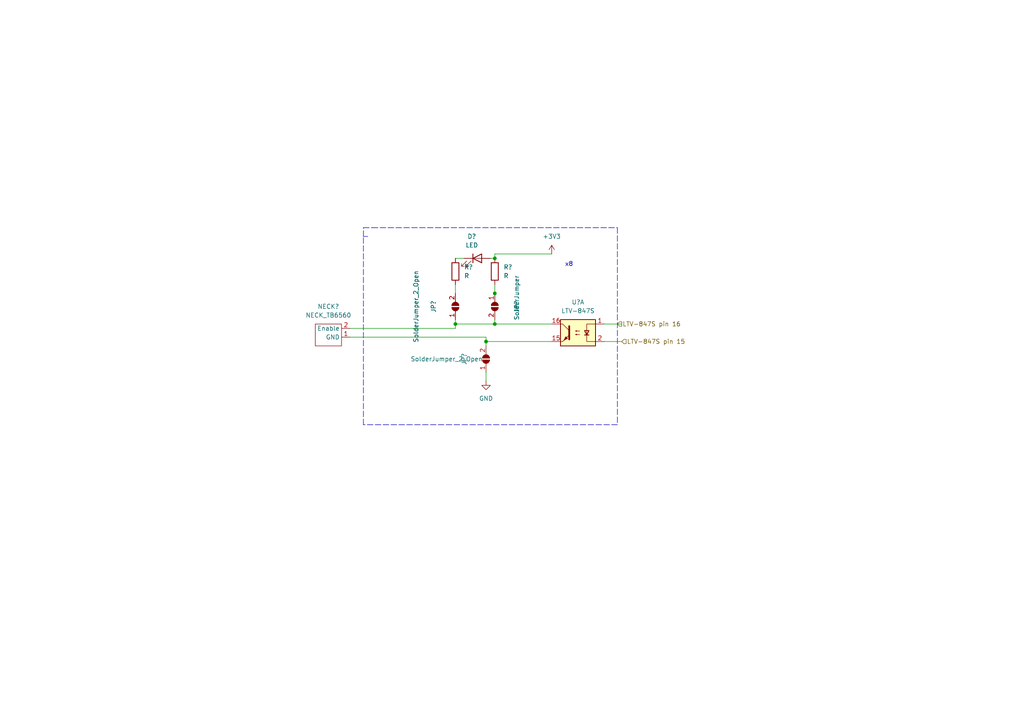
<source format=kicad_sch>
(kicad_sch (version 20211123) (generator eeschema)

  (uuid 12c70827-c885-40c1-bb7a-a0f3610bcb7c)

  (paper "A4")

  (lib_symbols
    (symbol "Device:LED" (pin_numbers hide) (pin_names (offset 1.016) hide) (in_bom yes) (on_board yes)
      (property "Reference" "D" (id 0) (at 0 2.54 0)
        (effects (font (size 1.27 1.27)))
      )
      (property "Value" "LED" (id 1) (at 0 -2.54 0)
        (effects (font (size 1.27 1.27)))
      )
      (property "Footprint" "" (id 2) (at 0 0 0)
        (effects (font (size 1.27 1.27)) hide)
      )
      (property "Datasheet" "~" (id 3) (at 0 0 0)
        (effects (font (size 1.27 1.27)) hide)
      )
      (property "ki_keywords" "LED diode" (id 4) (at 0 0 0)
        (effects (font (size 1.27 1.27)) hide)
      )
      (property "ki_description" "Light emitting diode" (id 5) (at 0 0 0)
        (effects (font (size 1.27 1.27)) hide)
      )
      (property "ki_fp_filters" "LED* LED_SMD:* LED_THT:*" (id 6) (at 0 0 0)
        (effects (font (size 1.27 1.27)) hide)
      )
      (symbol "LED_0_1"
        (polyline
          (pts
            (xy -1.27 -1.27)
            (xy -1.27 1.27)
          )
          (stroke (width 0.254) (type default) (color 0 0 0 0))
          (fill (type none))
        )
        (polyline
          (pts
            (xy -1.27 0)
            (xy 1.27 0)
          )
          (stroke (width 0) (type default) (color 0 0 0 0))
          (fill (type none))
        )
        (polyline
          (pts
            (xy 1.27 -1.27)
            (xy 1.27 1.27)
            (xy -1.27 0)
            (xy 1.27 -1.27)
          )
          (stroke (width 0.254) (type default) (color 0 0 0 0))
          (fill (type none))
        )
        (polyline
          (pts
            (xy -3.048 -0.762)
            (xy -4.572 -2.286)
            (xy -3.81 -2.286)
            (xy -4.572 -2.286)
            (xy -4.572 -1.524)
          )
          (stroke (width 0) (type default) (color 0 0 0 0))
          (fill (type none))
        )
        (polyline
          (pts
            (xy -1.778 -0.762)
            (xy -3.302 -2.286)
            (xy -2.54 -2.286)
            (xy -3.302 -2.286)
            (xy -3.302 -1.524)
          )
          (stroke (width 0) (type default) (color 0 0 0 0))
          (fill (type none))
        )
      )
      (symbol "LED_1_1"
        (pin passive line (at -3.81 0 0) (length 2.54)
          (name "K" (effects (font (size 1.27 1.27))))
          (number "1" (effects (font (size 1.27 1.27))))
        )
        (pin passive line (at 3.81 0 180) (length 2.54)
          (name "A" (effects (font (size 1.27 1.27))))
          (number "2" (effects (font (size 1.27 1.27))))
        )
      )
    )
    (symbol "Device:R" (pin_numbers hide) (pin_names (offset 0)) (in_bom yes) (on_board yes)
      (property "Reference" "R" (id 0) (at 2.032 0 90)
        (effects (font (size 1.27 1.27)))
      )
      (property "Value" "R" (id 1) (at 0 0 90)
        (effects (font (size 1.27 1.27)))
      )
      (property "Footprint" "" (id 2) (at -1.778 0 90)
        (effects (font (size 1.27 1.27)) hide)
      )
      (property "Datasheet" "~" (id 3) (at 0 0 0)
        (effects (font (size 1.27 1.27)) hide)
      )
      (property "ki_keywords" "R res resistor" (id 4) (at 0 0 0)
        (effects (font (size 1.27 1.27)) hide)
      )
      (property "ki_description" "Resistor" (id 5) (at 0 0 0)
        (effects (font (size 1.27 1.27)) hide)
      )
      (property "ki_fp_filters" "R_*" (id 6) (at 0 0 0)
        (effects (font (size 1.27 1.27)) hide)
      )
      (symbol "R_0_1"
        (rectangle (start -1.016 -2.54) (end 1.016 2.54)
          (stroke (width 0.254) (type default) (color 0 0 0 0))
          (fill (type none))
        )
      )
      (symbol "R_1_1"
        (pin passive line (at 0 3.81 270) (length 1.27)
          (name "~" (effects (font (size 1.27 1.27))))
          (number "1" (effects (font (size 1.27 1.27))))
        )
        (pin passive line (at 0 -3.81 90) (length 1.27)
          (name "~" (effects (font (size 1.27 1.27))))
          (number "2" (effects (font (size 1.27 1.27))))
        )
      )
    )
    (symbol "Isolator:LTV-847S" (pin_names (offset 1.016)) (in_bom yes) (on_board yes)
      (property "Reference" "U" (id 0) (at -3.81 5.08 0)
        (effects (font (size 1.27 1.27)))
      )
      (property "Value" "LTV-847S" (id 1) (at 0 -5.08 0)
        (effects (font (size 1.27 1.27)))
      )
      (property "Footprint" "Package_DIP:SMDIP-16_W9.53mm" (id 2) (at 0 -7.62 0)
        (effects (font (size 1.27 1.27)) hide)
      )
      (property "Datasheet" "http://www.us.liteon.com/downloads/LTV-817-827-847.PDF" (id 3) (at -15.24 11.43 0)
        (effects (font (size 1.27 1.27)) hide)
      )
      (property "ki_keywords" "NPN DC Optocoupler" (id 4) (at 0 0 0)
        (effects (font (size 1.27 1.27)) hide)
      )
      (property "ki_description" "DC Optocoupler, Vce 35V, CTR 50%, SMDIP-16" (id 5) (at 0 0 0)
        (effects (font (size 1.27 1.27)) hide)
      )
      (property "ki_fp_filters" "SMDIP*W9.53mm*" (id 6) (at 0 0 0)
        (effects (font (size 1.27 1.27)) hide)
      )
      (symbol "LTV-847S_0_1"
        (rectangle (start -5.08 3.81) (end 5.08 -3.81)
          (stroke (width 0.254) (type default) (color 0 0 0 0))
          (fill (type background))
        )
        (polyline
          (pts
            (xy -3.175 -0.635)
            (xy -1.905 -0.635)
          )
          (stroke (width 0.254) (type default) (color 0 0 0 0))
          (fill (type none))
        )
        (polyline
          (pts
            (xy 2.54 0.635)
            (xy 4.445 2.54)
          )
          (stroke (width 0) (type default) (color 0 0 0 0))
          (fill (type none))
        )
        (polyline
          (pts
            (xy 4.445 -2.54)
            (xy 2.54 -0.635)
          )
          (stroke (width 0) (type default) (color 0 0 0 0))
          (fill (type outline))
        )
        (polyline
          (pts
            (xy 4.445 -2.54)
            (xy 5.08 -2.54)
          )
          (stroke (width 0) (type default) (color 0 0 0 0))
          (fill (type none))
        )
        (polyline
          (pts
            (xy 4.445 2.54)
            (xy 5.08 2.54)
          )
          (stroke (width 0) (type default) (color 0 0 0 0))
          (fill (type none))
        )
        (polyline
          (pts
            (xy -2.54 -0.635)
            (xy -2.54 -2.54)
            (xy -5.08 -2.54)
          )
          (stroke (width 0) (type default) (color 0 0 0 0))
          (fill (type none))
        )
        (polyline
          (pts
            (xy 2.54 1.905)
            (xy 2.54 -1.905)
            (xy 2.54 -1.905)
          )
          (stroke (width 0.508) (type default) (color 0 0 0 0))
          (fill (type none))
        )
        (polyline
          (pts
            (xy -5.08 2.54)
            (xy -2.54 2.54)
            (xy -2.54 -1.27)
            (xy -2.54 0.635)
          )
          (stroke (width 0) (type default) (color 0 0 0 0))
          (fill (type none))
        )
        (polyline
          (pts
            (xy -2.54 -0.635)
            (xy -3.175 0.635)
            (xy -1.905 0.635)
            (xy -2.54 -0.635)
          )
          (stroke (width 0.254) (type default) (color 0 0 0 0))
          (fill (type none))
        )
        (polyline
          (pts
            (xy -0.508 -0.508)
            (xy 0.762 -0.508)
            (xy 0.381 -0.635)
            (xy 0.381 -0.381)
            (xy 0.762 -0.508)
          )
          (stroke (width 0) (type default) (color 0 0 0 0))
          (fill (type none))
        )
        (polyline
          (pts
            (xy -0.508 0.508)
            (xy 0.762 0.508)
            (xy 0.381 0.381)
            (xy 0.381 0.635)
            (xy 0.762 0.508)
          )
          (stroke (width 0) (type default) (color 0 0 0 0))
          (fill (type none))
        )
        (polyline
          (pts
            (xy 3.048 -1.651)
            (xy 3.556 -1.143)
            (xy 4.064 -2.159)
            (xy 3.048 -1.651)
            (xy 3.048 -1.651)
          )
          (stroke (width 0) (type default) (color 0 0 0 0))
          (fill (type outline))
        )
      )
      (symbol "LTV-847S_1_1"
        (pin passive line (at -7.62 2.54 0) (length 2.54)
          (name "~" (effects (font (size 1.27 1.27))))
          (number "1" (effects (font (size 1.27 1.27))))
        )
        (pin passive line (at 7.62 -2.54 180) (length 2.54)
          (name "~" (effects (font (size 1.27 1.27))))
          (number "15" (effects (font (size 1.27 1.27))))
        )
        (pin passive line (at 7.62 2.54 180) (length 2.54)
          (name "~" (effects (font (size 1.27 1.27))))
          (number "16" (effects (font (size 1.27 1.27))))
        )
        (pin passive line (at -7.62 -2.54 0) (length 2.54)
          (name "~" (effects (font (size 1.27 1.27))))
          (number "2" (effects (font (size 1.27 1.27))))
        )
      )
      (symbol "LTV-847S_2_1"
        (pin passive line (at 7.62 -2.54 180) (length 2.54)
          (name "~" (effects (font (size 1.27 1.27))))
          (number "13" (effects (font (size 1.27 1.27))))
        )
        (pin passive line (at 7.62 2.54 180) (length 2.54)
          (name "~" (effects (font (size 1.27 1.27))))
          (number "14" (effects (font (size 1.27 1.27))))
        )
        (pin passive line (at -7.62 2.54 0) (length 2.54)
          (name "~" (effects (font (size 1.27 1.27))))
          (number "3" (effects (font (size 1.27 1.27))))
        )
        (pin passive line (at -7.62 -2.54 0) (length 2.54)
          (name "~" (effects (font (size 1.27 1.27))))
          (number "4" (effects (font (size 1.27 1.27))))
        )
      )
      (symbol "LTV-847S_3_1"
        (pin passive line (at 7.62 -2.54 180) (length 2.54)
          (name "~" (effects (font (size 1.27 1.27))))
          (number "11" (effects (font (size 1.27 1.27))))
        )
        (pin passive line (at 7.62 2.54 180) (length 2.54)
          (name "~" (effects (font (size 1.27 1.27))))
          (number "12" (effects (font (size 1.27 1.27))))
        )
        (pin passive line (at -7.62 2.54 0) (length 2.54)
          (name "~" (effects (font (size 1.27 1.27))))
          (number "5" (effects (font (size 1.27 1.27))))
        )
        (pin passive line (at -7.62 -2.54 0) (length 2.54)
          (name "~" (effects (font (size 1.27 1.27))))
          (number "6" (effects (font (size 1.27 1.27))))
        )
      )
      (symbol "LTV-847S_4_1"
        (pin passive line (at 7.62 2.54 180) (length 2.54)
          (name "~" (effects (font (size 1.27 1.27))))
          (number "10" (effects (font (size 1.27 1.27))))
        )
        (pin passive line (at -7.62 2.54 0) (length 2.54)
          (name "~" (effects (font (size 1.27 1.27))))
          (number "7" (effects (font (size 1.27 1.27))))
        )
        (pin passive line (at -7.62 -2.54 0) (length 2.54)
          (name "~" (effects (font (size 1.27 1.27))))
          (number "8" (effects (font (size 1.27 1.27))))
        )
        (pin passive line (at 7.62 -2.54 180) (length 2.54)
          (name "~" (effects (font (size 1.27 1.27))))
          (number "9" (effects (font (size 1.27 1.27))))
        )
      )
    )
    (symbol "Jumper:SolderJumper_2_Open" (pin_names (offset 0) hide) (in_bom yes) (on_board yes)
      (property "Reference" "JP" (id 0) (at 0 2.032 0)
        (effects (font (size 1.27 1.27)))
      )
      (property "Value" "SolderJumper_2_Open" (id 1) (at 0 -2.54 0)
        (effects (font (size 1.27 1.27)))
      )
      (property "Footprint" "" (id 2) (at 0 0 0)
        (effects (font (size 1.27 1.27)) hide)
      )
      (property "Datasheet" "~" (id 3) (at 0 0 0)
        (effects (font (size 1.27 1.27)) hide)
      )
      (property "ki_keywords" "solder jumper SPST" (id 4) (at 0 0 0)
        (effects (font (size 1.27 1.27)) hide)
      )
      (property "ki_description" "Solder Jumper, 2-pole, open" (id 5) (at 0 0 0)
        (effects (font (size 1.27 1.27)) hide)
      )
      (property "ki_fp_filters" "SolderJumper*Open*" (id 6) (at 0 0 0)
        (effects (font (size 1.27 1.27)) hide)
      )
      (symbol "SolderJumper_2_Open_0_1"
        (arc (start -0.254 1.016) (mid -1.27 0) (end -0.254 -1.016)
          (stroke (width 0) (type default) (color 0 0 0 0))
          (fill (type none))
        )
        (arc (start -0.254 1.016) (mid -1.27 0) (end -0.254 -1.016)
          (stroke (width 0) (type default) (color 0 0 0 0))
          (fill (type outline))
        )
        (polyline
          (pts
            (xy -0.254 1.016)
            (xy -0.254 -1.016)
          )
          (stroke (width 0) (type default) (color 0 0 0 0))
          (fill (type none))
        )
        (polyline
          (pts
            (xy 0.254 1.016)
            (xy 0.254 -1.016)
          )
          (stroke (width 0) (type default) (color 0 0 0 0))
          (fill (type none))
        )
        (arc (start 0.254 -1.016) (mid 1.27 0) (end 0.254 1.016)
          (stroke (width 0) (type default) (color 0 0 0 0))
          (fill (type none))
        )
        (arc (start 0.254 -1.016) (mid 1.27 0) (end 0.254 1.016)
          (stroke (width 0) (type default) (color 0 0 0 0))
          (fill (type outline))
        )
      )
      (symbol "SolderJumper_2_Open_1_1"
        (pin passive line (at -3.81 0 0) (length 2.54)
          (name "A" (effects (font (size 1.27 1.27))))
          (number "1" (effects (font (size 1.27 1.27))))
        )
        (pin passive line (at 3.81 0 180) (length 2.54)
          (name "B" (effects (font (size 1.27 1.27))))
          (number "2" (effects (font (size 1.27 1.27))))
        )
      )
    )
    (symbol "Simbolos PE:NECK_TB6560" (in_bom yes) (on_board yes)
      (property "Reference" "NECK" (id 0) (at -1.27 -5.08 0)
        (effects (font (size 1.27 1.27)))
      )
      (property "Value" "NECK_TB6560" (id 1) (at -2.54 3.81 0)
        (effects (font (size 1.27 1.27)))
      )
      (property "Footprint" "" (id 2) (at 2.54 2.54 0)
        (effects (font (size 1.27 1.27)) hide)
      )
      (property "Datasheet" "" (id 3) (at 2.54 2.54 0)
        (effects (font (size 1.27 1.27)) hide)
      )
      (symbol "NECK_TB6560_0_1"
        (rectangle (start -5.08 2.54) (end 2.54 -3.81)
          (stroke (width 0) (type default) (color 0 0 0 0))
          (fill (type none))
        )
      )
      (symbol "NECK_TB6560_1_1"
        (pin input line (at 5.08 -1.27 180) (length 2.54)
          (name "GND" (effects (font (size 1.27 1.27))))
          (number "1" (effects (font (size 1.27 1.27))))
        )
        (pin input line (at 5.08 1.27 180) (length 2.54)
          (name "Enable" (effects (font (size 1.27 1.27))))
          (number "2" (effects (font (size 1.27 1.27))))
        )
      )
    )
    (symbol "power:+3.3V" (power) (pin_names (offset 0)) (in_bom yes) (on_board yes)
      (property "Reference" "#PWR" (id 0) (at 0 -3.81 0)
        (effects (font (size 1.27 1.27)) hide)
      )
      (property "Value" "+3.3V" (id 1) (at 0 3.556 0)
        (effects (font (size 1.27 1.27)))
      )
      (property "Footprint" "" (id 2) (at 0 0 0)
        (effects (font (size 1.27 1.27)) hide)
      )
      (property "Datasheet" "" (id 3) (at 0 0 0)
        (effects (font (size 1.27 1.27)) hide)
      )
      (property "ki_keywords" "power-flag" (id 4) (at 0 0 0)
        (effects (font (size 1.27 1.27)) hide)
      )
      (property "ki_description" "Power symbol creates a global label with name \"+3.3V\"" (id 5) (at 0 0 0)
        (effects (font (size 1.27 1.27)) hide)
      )
      (symbol "+3.3V_0_1"
        (polyline
          (pts
            (xy -0.762 1.27)
            (xy 0 2.54)
          )
          (stroke (width 0) (type default) (color 0 0 0 0))
          (fill (type none))
        )
        (polyline
          (pts
            (xy 0 0)
            (xy 0 2.54)
          )
          (stroke (width 0) (type default) (color 0 0 0 0))
          (fill (type none))
        )
        (polyline
          (pts
            (xy 0 2.54)
            (xy 0.762 1.27)
          )
          (stroke (width 0) (type default) (color 0 0 0 0))
          (fill (type none))
        )
      )
      (symbol "+3.3V_1_1"
        (pin power_in line (at 0 0 90) (length 0) hide
          (name "+3V3" (effects (font (size 1.27 1.27))))
          (number "1" (effects (font (size 1.27 1.27))))
        )
      )
    )
    (symbol "power:GND" (power) (pin_names (offset 0)) (in_bom yes) (on_board yes)
      (property "Reference" "#PWR" (id 0) (at 0 -6.35 0)
        (effects (font (size 1.27 1.27)) hide)
      )
      (property "Value" "GND" (id 1) (at 0 -3.81 0)
        (effects (font (size 1.27 1.27)))
      )
      (property "Footprint" "" (id 2) (at 0 0 0)
        (effects (font (size 1.27 1.27)) hide)
      )
      (property "Datasheet" "" (id 3) (at 0 0 0)
        (effects (font (size 1.27 1.27)) hide)
      )
      (property "ki_keywords" "power-flag" (id 4) (at 0 0 0)
        (effects (font (size 1.27 1.27)) hide)
      )
      (property "ki_description" "Power symbol creates a global label with name \"GND\" , ground" (id 5) (at 0 0 0)
        (effects (font (size 1.27 1.27)) hide)
      )
      (symbol "GND_0_1"
        (polyline
          (pts
            (xy 0 0)
            (xy 0 -1.27)
            (xy 1.27 -1.27)
            (xy 0 -2.54)
            (xy -1.27 -1.27)
            (xy 0 -1.27)
          )
          (stroke (width 0) (type default) (color 0 0 0 0))
          (fill (type none))
        )
      )
      (symbol "GND_1_1"
        (pin power_in line (at 0 0 270) (length 0) hide
          (name "GND" (effects (font (size 1.27 1.27))))
          (number "1" (effects (font (size 1.27 1.27))))
        )
      )
    )
  )

  (junction (at 143.51 85.09) (diameter 0) (color 0 0 0 0)
    (uuid 0988eb8e-98d8-422d-936b-313e1faf1242)
  )
  (junction (at 143.51 74.93) (diameter 0) (color 0 0 0 0)
    (uuid 33f99756-d4a8-4524-8010-fd600cd44ecf)
  )
  (junction (at 132.08 93.98) (diameter 0) (color 0 0 0 0)
    (uuid 34e44135-c4f7-4494-812d-2e727dd0d3f9)
  )
  (junction (at 143.51 93.98) (diameter 0) (color 0 0 0 0)
    (uuid 5053085b-8fe5-4523-9626-80a23be70a70)
  )
  (junction (at 140.97 99.06) (diameter 0) (color 0 0 0 0)
    (uuid 629c5b03-f0d6-45bf-a285-82507bbd1932)
  )

  (polyline (pts (xy 179.07 66.04) (xy 179.07 123.19))
    (stroke (width 0) (type default) (color 0 0 0 0))
    (uuid 07ae5f5c-e364-47b8-bf31-0fd5718f6b07)
  )

  (wire (pts (xy 160.02 99.06) (xy 140.97 99.06))
    (stroke (width 0) (type default) (color 0 0 0 0))
    (uuid 0ad08d78-d051-403c-87b3-57279b2777a6)
  )
  (wire (pts (xy 142.24 74.93) (xy 143.51 74.93))
    (stroke (width 0) (type default) (color 0 0 0 0))
    (uuid 133e6342-91f4-4f4e-8f74-324fed82e9b6)
  )
  (wire (pts (xy 132.08 92.71) (xy 132.08 93.98))
    (stroke (width 0) (type default) (color 0 0 0 0))
    (uuid 16eaeebc-dd38-4f26-bddc-96457204c17b)
  )
  (polyline (pts (xy 179.07 123.19) (xy 105.41 123.19))
    (stroke (width 0) (type default) (color 0 0 0 0))
    (uuid 1a8fd5c2-e119-458f-beb4-30d8d6971ff7)
  )

  (wire (pts (xy 143.51 92.71) (xy 143.51 93.98))
    (stroke (width 0) (type default) (color 0 0 0 0))
    (uuid 1e80dc2f-d096-41f5-9c3a-46d9b04475d8)
  )
  (polyline (pts (xy 105.41 123.19) (xy 105.41 68.58))
    (stroke (width 0) (type default) (color 0 0 0 0))
    (uuid 1f262ff3-6703-49c6-b3ef-f4f9e6e6c1f6)
  )

  (wire (pts (xy 132.08 74.93) (xy 134.62 74.93))
    (stroke (width 0) (type default) (color 0 0 0 0))
    (uuid 2efa496c-723a-45bb-80fe-7a46acea30ff)
  )
  (polyline (pts (xy 105.41 68.58) (xy 105.41 66.04))
    (stroke (width 0) (type default) (color 0 0 0 0))
    (uuid 46e675a1-714e-4ee5-92c4-a91bb2767242)
  )
  (polyline (pts (xy 105.41 66.04) (xy 107.95 66.04))
    (stroke (width 0) (type default) (color 0 0 0 0))
    (uuid 4ceb8b3c-179e-4a56-ad29-d059124484c0)
  )

  (wire (pts (xy 180.34 99.06) (xy 175.26 99.06))
    (stroke (width 0) (type default) (color 0 0 0 0))
    (uuid 5ba5d8a3-3191-43cc-80bf-c2e656ea69cb)
  )
  (polyline (pts (xy 105.41 68.58) (xy 106.68 68.58))
    (stroke (width 0) (type default) (color 0 0 0 0))
    (uuid 61b815df-8d80-4cb0-b2aa-e9877104922f)
  )

  (wire (pts (xy 101.6 95.25) (xy 132.08 95.25))
    (stroke (width 0) (type default) (color 0 0 0 0))
    (uuid 6e634083-9eaa-4e8e-95e5-a89fdcc9a73b)
  )
  (wire (pts (xy 101.6 97.79) (xy 140.97 97.79))
    (stroke (width 0) (type default) (color 0 0 0 0))
    (uuid 77257afb-9174-4b01-a675-fd1709984eac)
  )
  (wire (pts (xy 143.51 93.98) (xy 160.02 93.98))
    (stroke (width 0) (type default) (color 0 0 0 0))
    (uuid 86bbcf4a-8162-4119-97df-06b1d6332187)
  )
  (wire (pts (xy 132.08 82.55) (xy 132.08 85.09))
    (stroke (width 0) (type default) (color 0 0 0 0))
    (uuid 8878a54c-30fa-4705-9b51-f85f8686377e)
  )
  (wire (pts (xy 143.51 73.66) (xy 143.51 74.93))
    (stroke (width 0) (type default) (color 0 0 0 0))
    (uuid 8b61b6ae-a7e5-4034-b218-4cf6fe92bd46)
  )
  (wire (pts (xy 140.97 99.06) (xy 140.97 100.33))
    (stroke (width 0) (type default) (color 0 0 0 0))
    (uuid 8cfe97c9-e5c9-4b6c-978e-ceb317ae2f8c)
  )
  (wire (pts (xy 132.08 93.98) (xy 143.51 93.98))
    (stroke (width 0) (type default) (color 0 0 0 0))
    (uuid 97af882f-70e5-4dce-8d79-90d718625769)
  )
  (polyline (pts (xy 107.95 66.04) (xy 179.07 66.04))
    (stroke (width 0) (type default) (color 0 0 0 0))
    (uuid b35dfb56-ce14-418a-b922-a179cc129255)
  )

  (wire (pts (xy 140.97 110.49) (xy 140.97 107.95))
    (stroke (width 0) (type default) (color 0 0 0 0))
    (uuid c9ccdf59-460c-49a2-b0b6-c0405a257b25)
  )
  (wire (pts (xy 140.97 97.79) (xy 140.97 99.06))
    (stroke (width 0) (type default) (color 0 0 0 0))
    (uuid d3615874-7470-44e1-a5de-25ba67a7bfde)
  )
  (wire (pts (xy 143.51 82.55) (xy 143.51 85.09))
    (stroke (width 0) (type default) (color 0 0 0 0))
    (uuid e9e40a44-6524-456c-8f99-73f30986e908)
  )
  (wire (pts (xy 132.08 95.25) (xy 132.08 93.98))
    (stroke (width 0) (type default) (color 0 0 0 0))
    (uuid f4f4f2a8-b8bb-4fc8-bb38-045de67f904f)
  )
  (wire (pts (xy 160.02 73.66) (xy 143.51 73.66))
    (stroke (width 0) (type default) (color 0 0 0 0))
    (uuid f55e3a73-0c03-4ddc-b0df-095b92e12f00)
  )
  (wire (pts (xy 143.51 85.09) (xy 143.51 87.63))
    (stroke (width 0) (type default) (color 0 0 0 0))
    (uuid fa776bbe-1b5e-4333-9e77-6425c3be965c)
  )
  (wire (pts (xy 175.26 93.98) (xy 180.34 93.98))
    (stroke (width 0) (type default) (color 0 0 0 0))
    (uuid ff23d7bf-7647-4665-a24a-7a6b8bd4b95d)
  )

  (text "x8" (at 163.83 77.47 0)
    (effects (font (size 1.27 1.27)) (justify left bottom))
    (uuid 110c584f-dba8-4bd0-a626-5bb6a084d613)
  )

  (hierarchical_label "LTV-847S pin 16" (shape input) (at 179.07 93.98 0)
    (effects (font (size 1.27 1.27)) (justify left))
    (uuid 37f6c825-5d33-4879-88bc-cab8c3ec910e)
  )
  (hierarchical_label "LTV-847S pin 15" (shape input) (at 180.34 99.06 0)
    (effects (font (size 1.27 1.27)) (justify left))
    (uuid a8b8a0b9-cbf0-41d9-884d-ff0078853566)
  )

  (symbol (lib_id "power:+3.3V") (at 160.02 73.66 0) (unit 1)
    (in_bom yes) (on_board yes) (fields_autoplaced)
    (uuid 1a2f7bc7-d52d-4b9a-8cea-32c73a5a902f)
    (property "Reference" "#PWR?" (id 0) (at 160.02 77.47 0)
      (effects (font (size 1.27 1.27)) hide)
    )
    (property "Value" "+3.3V" (id 1) (at 160.02 68.58 0))
    (property "Footprint" "" (id 2) (at 160.02 73.66 0)
      (effects (font (size 1.27 1.27)) hide)
    )
    (property "Datasheet" "" (id 3) (at 160.02 73.66 0)
      (effects (font (size 1.27 1.27)) hide)
    )
    (pin "1" (uuid 80219f6c-093a-41b9-ac14-1e016d379608))
  )

  (symbol (lib_id "Jumper:SolderJumper_2_Open") (at 140.97 104.14 90) (unit 1)
    (in_bom yes) (on_board yes)
    (uuid 26ac5f08-539f-471f-a8c6-9b378fe10c62)
    (property "Reference" "JP?" (id 0) (at 134.62 104.14 0))
    (property "Value" "SolderJumper_2_Open" (id 1) (at 129.54 104.14 90))
    (property "Footprint" "" (id 2) (at 140.97 104.14 0)
      (effects (font (size 1.27 1.27)) hide)
    )
    (property "Datasheet" "~" (id 3) (at 140.97 104.14 0)
      (effects (font (size 1.27 1.27)) hide)
    )
    (pin "1" (uuid 543f6290-51fe-4783-8c40-7dc51b640ec2))
    (pin "2" (uuid 56ba7315-2805-40dd-84d9-c79a1fb0c3af))
  )

  (symbol (lib_id "Device:R") (at 143.51 78.74 0) (unit 1)
    (in_bom yes) (on_board yes) (fields_autoplaced)
    (uuid 2cf7ee17-fdb4-4575-ac59-35849aeff937)
    (property "Reference" "R?" (id 0) (at 146.05 77.4699 0)
      (effects (font (size 1.27 1.27)) (justify left))
    )
    (property "Value" "R" (id 1) (at 146.05 80.0099 0)
      (effects (font (size 1.27 1.27)) (justify left))
    )
    (property "Footprint" "" (id 2) (at 141.732 78.74 90)
      (effects (font (size 1.27 1.27)) hide)
    )
    (property "Datasheet" "~" (id 3) (at 143.51 78.74 0)
      (effects (font (size 1.27 1.27)) hide)
    )
    (pin "1" (uuid 25058194-e14b-4c6d-98d5-1192a0881913))
    (pin "2" (uuid f499943d-4894-4707-bb3d-3e0e2bbd08f2))
  )

  (symbol (lib_id "Jumper:SolderJumper_2_Open") (at 143.51 88.9 270) (unit 1)
    (in_bom yes) (on_board yes)
    (uuid 2d53edb8-3d1a-46f3-874e-84cae4e7e8a2)
    (property "Reference" "JP?" (id 0) (at 149.86 88.9 0))
    (property "Value" "SolderJumper" (id 1) (at 149.86 86.36 0))
    (property "Footprint" "" (id 2) (at 143.51 88.9 0)
      (effects (font (size 1.27 1.27)) hide)
    )
    (property "Datasheet" "~" (id 3) (at 143.51 88.9 0)
      (effects (font (size 1.27 1.27)) hide)
    )
    (pin "1" (uuid 4ee4e744-df45-42d2-b946-6be6e970e1c3))
    (pin "2" (uuid 15992a2e-398c-433e-ae2f-1b5c24dc1670))
  )

  (symbol (lib_id "Isolator:LTV-847S") (at 167.64 96.52 0) (mirror y) (unit 1)
    (in_bom yes) (on_board yes) (fields_autoplaced)
    (uuid 4fabfea2-c04f-4580-af0b-1d52be1616c1)
    (property "Reference" "U?" (id 0) (at 167.64 87.63 0))
    (property "Value" "LTV-847S" (id 1) (at 167.64 90.17 0))
    (property "Footprint" "Package_DIP:SMDIP-16_W9.53mm" (id 2) (at 167.64 104.14 0)
      (effects (font (size 1.27 1.27)) hide)
    )
    (property "Datasheet" "http://www.us.liteon.com/downloads/LTV-817-827-847.PDF" (id 3) (at 182.88 85.09 0)
      (effects (font (size 1.27 1.27)) hide)
    )
    (pin "1" (uuid d454583b-061c-4313-af49-274c64725808))
    (pin "15" (uuid 394a9164-8eb1-4c5e-b2fb-a6e78dab236f))
    (pin "16" (uuid 81a8e4d3-4246-4671-8355-551c4bef27a5))
    (pin "2" (uuid 050bbbc7-2539-49e9-a179-bf177441c43b))
    (pin "13" (uuid 61fa0d74-9a68-42f2-8b67-f7bdec73addb))
    (pin "14" (uuid c36fd19e-f85b-40c3-9bef-93e06d64fa02))
    (pin "3" (uuid 4034eeee-0852-4575-86ed-bdfe5370abe7))
    (pin "4" (uuid e6c2fa31-d49f-43cc-9e55-29bcc2587ecd))
    (pin "11" (uuid 0a840d10-a9d6-4711-9b33-9616e602311e))
    (pin "12" (uuid bd1700ad-55ca-43ac-ae2e-dd92550c4c8d))
    (pin "5" (uuid 7f0f3d0b-50df-497d-87d1-ae14dbc72b6a))
    (pin "6" (uuid 361a2b0f-9054-46ac-9709-613f4e68133d))
    (pin "10" (uuid 344015be-dd74-4666-908a-b389e95432dd))
    (pin "7" (uuid 805da6af-4e83-4de0-bbc3-e318f18cd22d))
    (pin "8" (uuid c85ccd72-1ac8-4111-b028-c7ee9ce6c1b3))
    (pin "9" (uuid 051f6d5c-fb0b-4d4d-980d-fa056e870526))
  )

  (symbol (lib_id "Jumper:SolderJumper_2_Open") (at 132.08 88.9 90) (unit 1)
    (in_bom yes) (on_board yes)
    (uuid ae987e4b-ff98-4695-8314-1eba30248369)
    (property "Reference" "JP?" (id 0) (at 125.73 88.9 0))
    (property "Value" "SolderJumper_2_Open" (id 1) (at 120.65 88.9 0))
    (property "Footprint" "" (id 2) (at 132.08 88.9 0)
      (effects (font (size 1.27 1.27)) hide)
    )
    (property "Datasheet" "~" (id 3) (at 132.08 88.9 0)
      (effects (font (size 1.27 1.27)) hide)
    )
    (pin "1" (uuid 1d4b8370-9bb7-483e-94f8-7f21a9343321))
    (pin "2" (uuid 035c53f7-b44e-49ce-9ee6-526a13e65489))
  )

  (symbol (lib_id "power:GND") (at 140.97 110.49 0) (unit 1)
    (in_bom yes) (on_board yes) (fields_autoplaced)
    (uuid c497bb62-cab1-4a50-8fca-a2f7e00d9beb)
    (property "Reference" "#PWR?" (id 0) (at 140.97 116.84 0)
      (effects (font (size 1.27 1.27)) hide)
    )
    (property "Value" "GND" (id 1) (at 140.97 115.57 0))
    (property "Footprint" "" (id 2) (at 140.97 110.49 0)
      (effects (font (size 1.27 1.27)) hide)
    )
    (property "Datasheet" "" (id 3) (at 140.97 110.49 0)
      (effects (font (size 1.27 1.27)) hide)
    )
    (pin "1" (uuid 186beb2e-a48d-49fd-8f97-6e92bdf832d3))
  )

  (symbol (lib_id "Device:R") (at 132.08 78.74 0) (unit 1)
    (in_bom yes) (on_board yes) (fields_autoplaced)
    (uuid cfd559a7-b9ab-4618-a5d2-22090f37f44c)
    (property "Reference" "R?" (id 0) (at 134.62 77.4699 0)
      (effects (font (size 1.27 1.27)) (justify left))
    )
    (property "Value" "R" (id 1) (at 134.62 80.0099 0)
      (effects (font (size 1.27 1.27)) (justify left))
    )
    (property "Footprint" "" (id 2) (at 130.302 78.74 90)
      (effects (font (size 1.27 1.27)) hide)
    )
    (property "Datasheet" "~" (id 3) (at 132.08 78.74 0)
      (effects (font (size 1.27 1.27)) hide)
    )
    (pin "1" (uuid 91ab8d2a-f00e-4fc1-9460-d765b0c2085c))
    (pin "2" (uuid 9eb474c7-0fe5-47a3-ae97-a79051a668a1))
  )

  (symbol (lib_id "Simbolos PE:NECK_TB6560") (at 96.52 96.52 0) (unit 1)
    (in_bom yes) (on_board yes) (fields_autoplaced)
    (uuid e2a3239d-cda1-4255-90f9-26117e408969)
    (property "Reference" "NECK?" (id 0) (at 95.25 88.9 0))
    (property "Value" "NECK_TB6560" (id 1) (at 95.25 91.44 0))
    (property "Footprint" "" (id 2) (at 99.06 93.98 0)
      (effects (font (size 1.27 1.27)) hide)
    )
    (property "Datasheet" "" (id 3) (at 99.06 93.98 0)
      (effects (font (size 1.27 1.27)) hide)
    )
    (pin "1" (uuid f3d5c06a-d9f7-449b-a882-2a1f8ad234fc))
    (pin "2" (uuid ea3be109-39d8-44e2-9cf5-7c53d6c91f6d))
  )

  (symbol (lib_id "Device:LED") (at 138.43 74.93 0) (unit 1)
    (in_bom yes) (on_board yes) (fields_autoplaced)
    (uuid e47d0f08-301d-44b3-baee-6a5e8a343296)
    (property "Reference" "D?" (id 0) (at 136.8425 68.58 0))
    (property "Value" "LED" (id 1) (at 136.8425 71.12 0))
    (property "Footprint" "" (id 2) (at 138.43 74.93 0)
      (effects (font (size 1.27 1.27)) hide)
    )
    (property "Datasheet" "~" (id 3) (at 138.43 74.93 0)
      (effects (font (size 1.27 1.27)) hide)
    )
    (pin "1" (uuid 3da15d24-c514-41b2-842e-d7eb6518e4e2))
    (pin "2" (uuid 2f667223-49a4-43df-b0cd-cbb1be66ed2c))
  )
)

</source>
